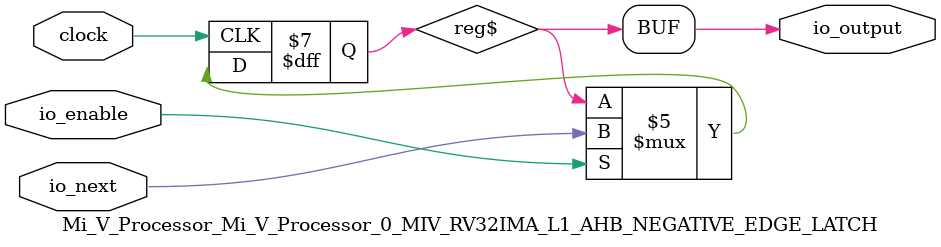
<source format=v>
`define RANDOMIZE
`timescale 1ns/10ps
module Mi_V_Processor_Mi_V_Processor_0_MIV_RV32IMA_L1_AHB_NEGATIVE_EDGE_LATCH(
  input   clock,
  input   io_next,
  input   io_enable,
  output  io_output
);
  reg  reg$;
  reg [31:0] _RAND_0;
  wire  _GEN_0;
  assign io_output = reg$;
  assign _GEN_0 = io_enable ? io_next : reg$;
`ifdef RANDOMIZE
  integer initvar;
  initial begin
    `ifndef verilator
      #0.002 begin end
    `endif
  `ifdef RANDOMIZE_REG_INIT
  _RAND_0 = {1{$random}};
  reg$ = _RAND_0[0:0];
  `endif // RANDOMIZE_REG_INIT
  end
`endif // RANDOMIZE
  always @(posedge clock) begin
    if (io_enable) begin
      reg$ <= io_next;
    end
  end
endmodule

</source>
